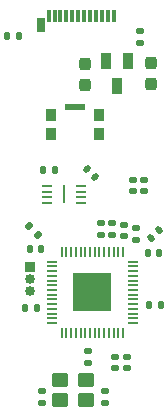
<source format=gbr>
%TF.GenerationSoftware,KiCad,Pcbnew,9.0.6*%
%TF.CreationDate,2025-12-04T22:18:03-08:00*%
%TF.ProjectId,Dev Board,44657620-426f-4617-9264-2e6b69636164,rev?*%
%TF.SameCoordinates,Original*%
%TF.FileFunction,Soldermask,Top*%
%TF.FilePolarity,Negative*%
%FSLAX46Y46*%
G04 Gerber Fmt 4.6, Leading zero omitted, Abs format (unit mm)*
G04 Created by KiCad (PCBNEW 9.0.6) date 2025-12-04 22:18:03*
%MOMM*%
%LPD*%
G01*
G04 APERTURE LIST*
G04 Aperture macros list*
%AMRoundRect*
0 Rectangle with rounded corners*
0 $1 Rounding radius*
0 $2 $3 $4 $5 $6 $7 $8 $9 X,Y pos of 4 corners*
0 Add a 4 corners polygon primitive as box body*
4,1,4,$2,$3,$4,$5,$6,$7,$8,$9,$2,$3,0*
0 Add four circle primitives for the rounded corners*
1,1,$1+$1,$2,$3*
1,1,$1+$1,$4,$5*
1,1,$1+$1,$6,$7*
1,1,$1+$1,$8,$9*
0 Add four rect primitives between the rounded corners*
20,1,$1+$1,$2,$3,$4,$5,0*
20,1,$1+$1,$4,$5,$6,$7,0*
20,1,$1+$1,$6,$7,$8,$9,0*
20,1,$1+$1,$8,$9,$2,$3,0*%
G04 Aperture macros list end*
%ADD10R,0.380000X1.000000*%
%ADD11R,0.700000X1.150000*%
%ADD12RoundRect,0.140000X-0.170000X0.140000X-0.170000X-0.140000X0.170000X-0.140000X0.170000X0.140000X0*%
%ADD13R,0.200000X1.600000*%
%ADD14RoundRect,0.062500X-0.387500X-0.062500X0.387500X-0.062500X0.387500X0.062500X-0.387500X0.062500X0*%
%ADD15RoundRect,0.103000X-0.309000X0.609000X-0.309000X-0.609000X0.309000X-0.609000X0.309000X0.609000X0*%
%ADD16R,0.900000X1.000000*%
%ADD17R,1.700000X0.550000*%
%ADD18R,0.850000X0.850000*%
%ADD19C,0.850000*%
%ADD20RoundRect,0.250000X0.450000X0.350000X-0.450000X0.350000X-0.450000X-0.350000X0.450000X-0.350000X0*%
%ADD21RoundRect,0.050000X-0.387500X-0.050000X0.387500X-0.050000X0.387500X0.050000X-0.387500X0.050000X0*%
%ADD22RoundRect,0.050000X-0.050000X-0.387500X0.050000X-0.387500X0.050000X0.387500X-0.050000X0.387500X0*%
%ADD23R,3.200000X3.200000*%
%ADD24RoundRect,0.135000X0.226274X0.035355X0.035355X0.226274X-0.226274X-0.035355X-0.035355X-0.226274X0*%
%ADD25RoundRect,0.135000X-0.135000X-0.185000X0.135000X-0.185000X0.135000X0.185000X-0.135000X0.185000X0*%
%ADD26RoundRect,0.135000X0.185000X-0.135000X0.185000X0.135000X-0.185000X0.135000X-0.185000X-0.135000X0*%
%ADD27RoundRect,0.135000X-0.185000X0.135000X-0.185000X-0.135000X0.185000X-0.135000X0.185000X0.135000X0*%
%ADD28RoundRect,0.135000X0.135000X0.185000X-0.135000X0.185000X-0.135000X-0.185000X0.135000X-0.185000X0*%
%ADD29RoundRect,0.140000X0.170000X-0.140000X0.170000X0.140000X-0.170000X0.140000X-0.170000X-0.140000X0*%
%ADD30RoundRect,0.237500X0.237500X-0.300000X0.237500X0.300000X-0.237500X0.300000X-0.237500X-0.300000X0*%
%ADD31RoundRect,0.140000X0.219203X0.021213X0.021213X0.219203X-0.219203X-0.021213X-0.021213X-0.219203X0*%
%ADD32RoundRect,0.140000X0.140000X0.170000X-0.140000X0.170000X-0.140000X-0.170000X0.140000X-0.170000X0*%
%ADD33RoundRect,0.140000X0.021213X-0.219203X0.219203X-0.021213X-0.021213X0.219203X-0.219203X0.021213X0*%
%ADD34RoundRect,0.140000X-0.140000X-0.170000X0.140000X-0.170000X0.140000X0.170000X-0.140000X0.170000X0*%
G04 APERTURE END LIST*
D10*
%TO.C,P2*%
X134500000Y-103400000D03*
X135000000Y-103400000D03*
X135500000Y-103400000D03*
X136000000Y-103400000D03*
X136500000Y-103400000D03*
X137000000Y-103400000D03*
X137500000Y-103400000D03*
X138000000Y-103400000D03*
X138500000Y-103400000D03*
X139000000Y-103400000D03*
X139500000Y-103400000D03*
X140000000Y-103400000D03*
D11*
X133830000Y-104240000D03*
%TD*%
D12*
%TO.C,C10*%
X141100000Y-133280000D03*
X141100000Y-132320000D03*
%TD*%
D13*
%TO.C,IC1*%
X135825000Y-118550000D03*
D14*
X137250000Y-117800000D03*
X137250000Y-118300000D03*
X137250000Y-118800000D03*
X137250000Y-119300000D03*
X134400000Y-119300000D03*
X134400000Y-118800000D03*
X134400000Y-118300000D03*
X134400000Y-117800000D03*
%TD*%
D15*
%TO.C,VR1*%
X141250000Y-107235000D03*
X139350000Y-107235000D03*
X140300000Y-109365000D03*
%TD*%
D16*
%TO.C,SW1*%
X134700000Y-111800000D03*
X138800000Y-111800000D03*
X134700000Y-113400000D03*
X138800000Y-113400000D03*
D17*
X136750000Y-111175000D03*
%TD*%
D18*
%TO.C,J1*%
X132900000Y-124700000D03*
D19*
X132900000Y-125700000D03*
X132900000Y-126700001D03*
%TD*%
D20*
%TO.C,Y1*%
X137700000Y-134250000D03*
X135500000Y-134250000D03*
X135500000Y-135950000D03*
X137700000Y-135950000D03*
%TD*%
D21*
%TO.C,U1*%
X134762500Y-124237500D03*
X134762500Y-124637500D03*
X134762500Y-125037500D03*
X134762500Y-125437500D03*
X134762500Y-125837500D03*
X134762500Y-126237500D03*
X134762500Y-126637500D03*
X134762500Y-127037500D03*
X134762500Y-127437500D03*
X134762500Y-127837500D03*
X134762500Y-128237500D03*
X134762500Y-128637500D03*
X134762500Y-129037500D03*
X134762500Y-129437500D03*
D22*
X135600000Y-130275000D03*
X136000000Y-130275000D03*
X136400000Y-130275000D03*
X136800000Y-130275000D03*
X137200000Y-130275000D03*
X137600000Y-130275000D03*
X138000000Y-130275000D03*
X138400000Y-130275000D03*
X138800000Y-130275000D03*
X139200000Y-130275000D03*
X139600000Y-130275000D03*
X140000000Y-130275000D03*
X140400000Y-130275000D03*
X140800000Y-130275000D03*
D21*
X141637500Y-129437500D03*
X141637500Y-129037500D03*
X141637500Y-128637500D03*
X141637500Y-128237500D03*
X141637500Y-127837500D03*
X141637500Y-127437500D03*
X141637500Y-127037500D03*
X141637500Y-126637500D03*
X141637500Y-126237500D03*
X141637500Y-125837500D03*
X141637500Y-125437500D03*
X141637500Y-125037500D03*
X141637500Y-124637500D03*
X141637500Y-124237500D03*
D22*
X140800000Y-123400000D03*
X140400000Y-123400000D03*
X140000000Y-123400000D03*
X139600000Y-123400000D03*
X139200000Y-123400000D03*
X138800000Y-123400000D03*
X138400000Y-123400000D03*
X138000000Y-123400000D03*
X137600000Y-123400000D03*
X137200000Y-123400000D03*
X136800000Y-123400000D03*
X136400000Y-123400000D03*
X136000000Y-123400000D03*
X135600000Y-123400000D03*
D23*
X138200000Y-126837500D03*
%TD*%
D24*
%TO.C,R7*%
X133560624Y-121960624D03*
X132839376Y-121239376D03*
%TD*%
D25*
%TO.C,R6*%
X133990001Y-116500000D03*
X135009999Y-116500000D03*
%TD*%
D26*
%TO.C,R5*%
X137800000Y-132809999D03*
X137800000Y-131790001D03*
%TD*%
D27*
%TO.C,R4*%
X139900000Y-120990001D03*
X139900000Y-122009999D03*
%TD*%
%TO.C,R3*%
X138900000Y-120990001D03*
X138900000Y-122009999D03*
%TD*%
%TO.C,R2*%
X142200000Y-104690001D03*
X142200000Y-105709999D03*
%TD*%
D28*
%TO.C,R1*%
X132009999Y-105100000D03*
X130990001Y-105100000D03*
%TD*%
D12*
%TO.C,C16*%
X139300000Y-135220000D03*
X139300000Y-136180000D03*
%TD*%
D29*
%TO.C,C15*%
X133900000Y-136180000D03*
X133900000Y-135220000D03*
%TD*%
D30*
%TO.C,C14*%
X137600000Y-109262501D03*
X137600000Y-107537499D03*
%TD*%
%TO.C,C13*%
X143200000Y-109162501D03*
X143200000Y-107437499D03*
%TD*%
D31*
%TO.C,C12*%
X138439411Y-117039411D03*
X137760589Y-116360589D03*
%TD*%
D29*
%TO.C,C11*%
X140900000Y-122080000D03*
X140900000Y-121120000D03*
%TD*%
%TO.C,C9*%
X141900000Y-122380000D03*
X141900000Y-121420000D03*
%TD*%
D32*
%TO.C,C8*%
X133880000Y-123200000D03*
X132920000Y-123200000D03*
%TD*%
D29*
%TO.C,C7*%
X141600000Y-118280000D03*
X141600000Y-117320000D03*
%TD*%
D33*
%TO.C,C6*%
X143160589Y-122239411D03*
X143839411Y-121560589D03*
%TD*%
D12*
%TO.C,C5*%
X140100000Y-132320000D03*
X140100000Y-133280000D03*
%TD*%
D32*
%TO.C,C4*%
X133480000Y-128200000D03*
X132520000Y-128200000D03*
%TD*%
D34*
%TO.C,C3*%
X143020000Y-127900000D03*
X143980000Y-127900000D03*
%TD*%
%TO.C,C2*%
X142920000Y-123500000D03*
X143880000Y-123500000D03*
%TD*%
D29*
%TO.C,C1*%
X142600000Y-118280000D03*
X142600000Y-117320000D03*
%TD*%
M02*

</source>
